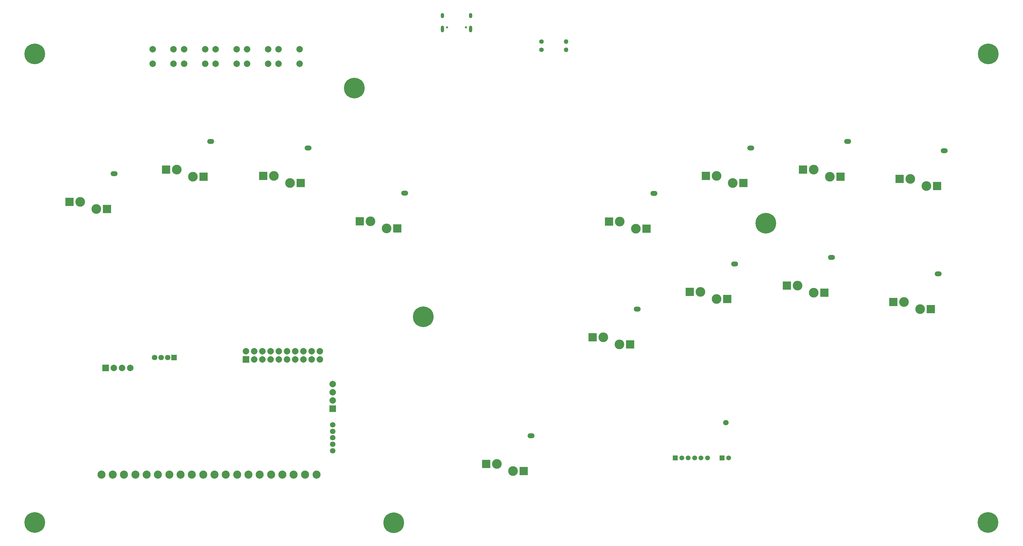
<source format=gbs>
G04 #@! TF.GenerationSoftware,KiCad,Pcbnew,7.0.5*
G04 #@! TF.CreationDate,2023-09-08T18:01:39-04:00*
G04 #@! TF.ProjectId,Rory Hitbox Full Pcb,526f7279-2048-4697-9462-6f782046756c,rev?*
G04 #@! TF.SameCoordinates,Original*
G04 #@! TF.FileFunction,Soldermask,Bot*
G04 #@! TF.FilePolarity,Negative*
%FSLAX46Y46*%
G04 Gerber Fmt 4.6, Leading zero omitted, Abs format (unit mm)*
G04 Created by KiCad (PCBNEW 7.0.5) date 2023-09-08 18:01:39*
%MOMM*%
%LPD*%
G01*
G04 APERTURE LIST*
%ADD10C,2.500000*%
%ADD11R,2.000000X2.000000*%
%ADD12C,2.000000*%
%ADD13C,1.700000*%
%ADD14R,1.700000X1.700000*%
%ADD15C,3.000000*%
%ADD16O,2.200000X1.500000*%
%ADD17R,2.600000X2.600000*%
%ADD18C,6.400000*%
%ADD19C,1.400000*%
%ADD20O,1.400000X1.400000*%
%ADD21C,0.650000*%
%ADD22O,1.000000X2.100000*%
%ADD23O,1.000000X1.600000*%
%ADD24C,1.700022*%
%ADD25C,1.499997*%
%ADD26R,1.499997X1.499997*%
G04 APERTURE END LIST*
D10*
X355720000Y-164861000D03*
X359220000Y-164861000D03*
X362720000Y-164861000D03*
X366220000Y-164861000D03*
X369720000Y-164861000D03*
X373220000Y-164861000D03*
X376720000Y-164861000D03*
X380220000Y-164861000D03*
X383720000Y-164861000D03*
X387220000Y-164861000D03*
X390720000Y-164861000D03*
X394220000Y-164861000D03*
X397720000Y-164861000D03*
X401220000Y-164861000D03*
X404720000Y-164861000D03*
X408220000Y-164861000D03*
X411720000Y-164861000D03*
X415220000Y-164861000D03*
X418720000Y-164861000D03*
X422310000Y-164861000D03*
D11*
X357043000Y-131804000D03*
D12*
X359583000Y-131804000D03*
X362123000Y-131804000D03*
X364663000Y-131804000D03*
D13*
X372200000Y-128600000D03*
X374200000Y-128600000D03*
X376200000Y-128600000D03*
D14*
X378200000Y-128600000D03*
D13*
X427294000Y-157420000D03*
X427294000Y-155420000D03*
X427294000Y-153420000D03*
X427294000Y-151420000D03*
X427294000Y-149392000D03*
D11*
X427294000Y-144416000D03*
D12*
X427294000Y-141876000D03*
X427294000Y-139336000D03*
X427294000Y-136796000D03*
X400454000Y-126656000D03*
D11*
X400454000Y-129196000D03*
D12*
X402994000Y-126656000D03*
X402994000Y-129196000D03*
X405534000Y-126656000D03*
X405534000Y-129196000D03*
X408074000Y-126656000D03*
X408074000Y-129196000D03*
X410614000Y-126656000D03*
X410614000Y-129196000D03*
X413154000Y-126656000D03*
X413154000Y-129196000D03*
X415694000Y-126656000D03*
X415694000Y-129192680D03*
X418234000Y-126656000D03*
X418234000Y-129206000D03*
X420774000Y-126656000D03*
X420774000Y-129196000D03*
X423304000Y-126656000D03*
X423304000Y-129196000D03*
X371550000Y-33160000D03*
X378050000Y-33160000D03*
X371550000Y-37660000D03*
X378050000Y-37660000D03*
D15*
X606000000Y-73300000D03*
X611000000Y-75500000D03*
D16*
X616550000Y-64600000D03*
D17*
X602700000Y-73300000D03*
X614300000Y-75500000D03*
D18*
X561300000Y-87000000D03*
X446200000Y-179700000D03*
X434000000Y-45200000D03*
D19*
X491890000Y-33300000D03*
D20*
X499510000Y-33300000D03*
D18*
X335070000Y-179630000D03*
D19*
X491890000Y-30800000D03*
D20*
X499510000Y-30800000D03*
D21*
X468490000Y-26400000D03*
X462710000Y-26400000D03*
D22*
X469920000Y-26930000D03*
D23*
X469920000Y-22750000D03*
D22*
X461280000Y-26930000D03*
D23*
X461280000Y-22750000D03*
D15*
X409100000Y-72400000D03*
X414100000Y-74600000D03*
D16*
X419650000Y-63700000D03*
D17*
X405800000Y-72400000D03*
X417400000Y-74600000D03*
D24*
X548990106Y-148721878D03*
D25*
X549790968Y-159664198D03*
D26*
X547790972Y-159664198D03*
D25*
X543290346Y-159664198D03*
X541290350Y-159664198D03*
X539290354Y-159664198D03*
X537290358Y-159664198D03*
X535290362Y-159664198D03*
D26*
X533290366Y-159664198D03*
D15*
X511000000Y-122300000D03*
X516000000Y-124500000D03*
D16*
X521550000Y-113600000D03*
D17*
X507700000Y-122300000D03*
X519300000Y-124500000D03*
D15*
X349100000Y-80400000D03*
X354100000Y-82600000D03*
D16*
X359650000Y-71700000D03*
D17*
X345800000Y-80400000D03*
X357400000Y-82600000D03*
X486400000Y-163700000D03*
X474800000Y-161500000D03*
D16*
X488650000Y-152800000D03*
D15*
X483100000Y-163700000D03*
X478100000Y-161500000D03*
D18*
X630080000Y-179630000D03*
X335100000Y-34640000D03*
D15*
X571100000Y-106300000D03*
X576100000Y-108500000D03*
D16*
X581650000Y-97600000D03*
D17*
X567800000Y-106300000D03*
X579400000Y-108500000D03*
D15*
X546100000Y-72400000D03*
X551100000Y-74600000D03*
D16*
X556650000Y-63700000D03*
D17*
X542800000Y-72400000D03*
X554400000Y-74600000D03*
D12*
X391050000Y-33160000D03*
X397550000Y-33160000D03*
X391050000Y-37660000D03*
X397550000Y-37660000D03*
D15*
X379000000Y-70400000D03*
X384000000Y-72600000D03*
D16*
X389550000Y-61700000D03*
D17*
X375700000Y-70400000D03*
X387300000Y-72600000D03*
D15*
X439000000Y-86400000D03*
X444000000Y-88600000D03*
D16*
X449550000Y-77700000D03*
D17*
X435700000Y-86400000D03*
X447300000Y-88600000D03*
D18*
X630150000Y-34640000D03*
D12*
X400800000Y-33160000D03*
X407300000Y-33160000D03*
X400800000Y-37660000D03*
X407300000Y-37660000D03*
X381300000Y-33160000D03*
X387800000Y-33160000D03*
X381300000Y-37660000D03*
X387800000Y-37660000D03*
D15*
X604100000Y-111400000D03*
X609100000Y-113600000D03*
D16*
X614650000Y-102700000D03*
D17*
X600800000Y-111400000D03*
X612400000Y-113600000D03*
D15*
X516100000Y-86500000D03*
X521100000Y-88700000D03*
D16*
X526650000Y-77800000D03*
D17*
X512800000Y-86500000D03*
X524400000Y-88700000D03*
D18*
X455300000Y-116000000D03*
D15*
X576100000Y-70400000D03*
X581100000Y-72600000D03*
D16*
X586650000Y-61700000D03*
D17*
X572800000Y-70400000D03*
X584400000Y-72600000D03*
D12*
X410550000Y-33160000D03*
X417050000Y-33160000D03*
X410550000Y-37660000D03*
X417050000Y-37660000D03*
D15*
X541100000Y-108300000D03*
X546100000Y-110500000D03*
D16*
X551650000Y-99600000D03*
D17*
X537800000Y-108300000D03*
X549400000Y-110500000D03*
M02*

</source>
